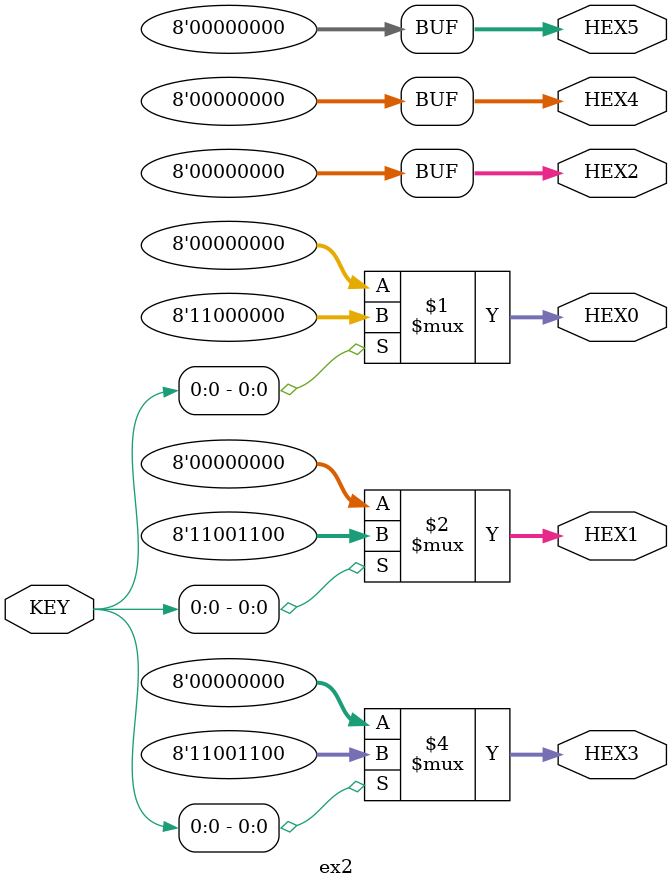
<source format=v>
module ex2 (
  output [7:0] HEX0,
  output [7:0] HEX1,
  output [7:0] HEX2,
  output [7:0] HEX3,
  output [7:0] HEX4,
  output [7:0] HEX5,
  
  input [1:0] KEY
);

assign HEX0 = KEY[0] ? 8'b11000000 : 8'b00000000;
assign HEX1 = KEY[0] ? 8'b11001100 : 8'b00000000;
assign HEX2 = KEY[0] ? 8'b00000000 : 8'b00000000;
assign HEX3 = KEY[0] ? 8'b11001100 : 8'b00000000;
assign HEX4 = KEY[0] ? 8'b00000000 : 8'b00000000;
assign HEX5 = KEY[0] ? 8'b00000000 : 8'b00000000;

endmodule
</source>
